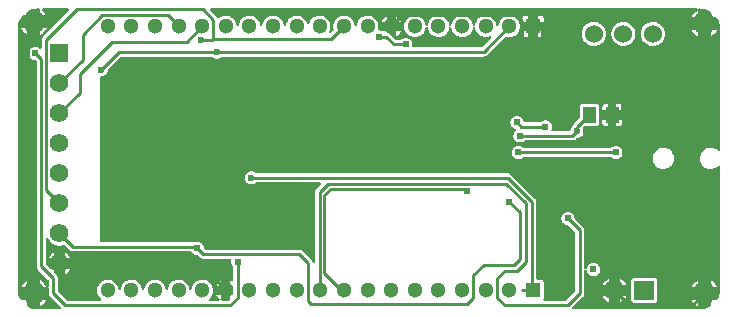
<source format=gtl>
G04 Layer: TopLayer*
G04 EasyEDA v6.5.1, 2022-03-28 07:45:05*
G04 8a3c461addb741cca4737953a7c37c6d,45e7c3065f504378a11261742efe6332,10*
G04 Gerber Generator version 0.2*
G04 Scale: 100 percent, Rotated: No, Reflected: No *
G04 Dimensions in millimeters *
G04 leading zeros omitted , absolute positions ,4 integer and 5 decimal *
%FSLAX45Y45*%
%MOMM*%

%ADD10C,0.2540*%
%ADD11C,0.6000*%
%ADD12C,0.6096*%
%ADD14C,1.5240*%
%ADD15R,1.3000X1.3000*%
%ADD16C,1.3000*%
%ADD17R,1.5748X1.5748*%
%ADD18C,1.5748*%
%ADD20C,1.7000*%
%ADD21C,1.9000*%

%LPD*%
G36*
X1150518Y7099808D02*
G01*
X1146606Y7100570D01*
X1143304Y7102805D01*
X1070305Y7175804D01*
X1068070Y7179106D01*
X1067308Y7183018D01*
X1067308Y7289292D01*
X1066495Y7297318D01*
X1064310Y7304531D01*
X1060754Y7311237D01*
X1055624Y7317435D01*
X1036777Y7336332D01*
X1034542Y7339634D01*
X1033780Y7343546D01*
X1033780Y7371080D01*
X1006246Y7371080D01*
X1002334Y7371842D01*
X999032Y7374077D01*
X968705Y7404404D01*
X966469Y7407706D01*
X965708Y7411618D01*
X965708Y7452359D01*
X966469Y7456271D01*
X968400Y7459116D01*
X966724Y7461300D01*
X965708Y7465669D01*
X965708Y7621930D01*
X966724Y7626299D01*
X969518Y7629855D01*
X973582Y7631836D01*
X978052Y7631836D01*
X982116Y7629906D01*
X984961Y7626400D01*
X988872Y7618475D01*
X996492Y7607096D01*
X1005535Y7596835D01*
X1015796Y7587792D01*
X1027176Y7580172D01*
X1039469Y7574127D01*
X1052423Y7569758D01*
X1065834Y7567066D01*
X1079500Y7566152D01*
X1093165Y7567066D01*
X1106576Y7569758D01*
X1115060Y7572603D01*
X1118768Y7573162D01*
X1122426Y7572298D01*
X1125524Y7570165D01*
X1166164Y7529575D01*
X1172362Y7524445D01*
X1179068Y7520889D01*
X1186281Y7518704D01*
X1194308Y7517892D01*
X2192223Y7517892D01*
X2195423Y7517384D01*
X2198268Y7515859D01*
X2200554Y7513574D01*
X2204720Y7507579D01*
X2211679Y7500620D01*
X2219706Y7494981D01*
X2228646Y7490866D01*
X2238095Y7488326D01*
X2246122Y7487615D01*
X2249525Y7486700D01*
X2252421Y7484668D01*
X2271064Y7466075D01*
X2277262Y7460945D01*
X2283968Y7457389D01*
X2291181Y7455204D01*
X2299208Y7454392D01*
X2526131Y7454392D01*
X2529738Y7453731D01*
X2532888Y7451801D01*
X2535174Y7448854D01*
X2536240Y7445298D01*
X2535936Y7441590D01*
X2535326Y7439304D01*
X2534462Y7429500D01*
X2535326Y7419695D01*
X2537866Y7410246D01*
X2541981Y7401306D01*
X2547620Y7393279D01*
X2549194Y7391704D01*
X2551430Y7388402D01*
X2552192Y7384491D01*
X2552192Y7274255D01*
X2551277Y7269988D01*
X2548636Y7266482D01*
X2544775Y7264450D01*
X2540406Y7264196D01*
X2536342Y7265822D01*
X2534716Y7266889D01*
X2528163Y7270140D01*
X2528163Y7227062D01*
X2542032Y7227062D01*
X2545943Y7226300D01*
X2549194Y7224064D01*
X2551430Y7220762D01*
X2552192Y7216902D01*
X2552192Y7159498D01*
X2551430Y7155637D01*
X2549194Y7152335D01*
X2545943Y7150100D01*
X2542032Y7149338D01*
X2528163Y7149338D01*
X2528163Y7120839D01*
X2527350Y7116978D01*
X2525166Y7113676D01*
X2514295Y7102805D01*
X2510993Y7100570D01*
X2507081Y7099808D01*
X2460599Y7099808D01*
X2456738Y7100570D01*
X2453436Y7102805D01*
X2451201Y7106056D01*
X2450439Y7109968D01*
X2450439Y7149338D01*
X2407259Y7149338D01*
X2412238Y7140041D01*
X2419654Y7129780D01*
X2428494Y7120636D01*
X2431948Y7117994D01*
X2434590Y7114794D01*
X2435809Y7110780D01*
X2435301Y7106666D01*
X2433116Y7103059D01*
X2429764Y7100671D01*
X2425649Y7099808D01*
X2353106Y7099808D01*
X2349144Y7100620D01*
X2345791Y7102906D01*
X2343607Y7106310D01*
X2342946Y7110323D01*
X2343861Y7114286D01*
X2346299Y7117537D01*
X2354681Y7125055D01*
X2362809Y7134758D01*
X2369566Y7145528D01*
X2374696Y7157110D01*
X2378202Y7169302D01*
X2379980Y7181850D01*
X2379980Y7194550D01*
X2378202Y7207097D01*
X2374696Y7219289D01*
X2369566Y7230872D01*
X2362809Y7241641D01*
X2354681Y7251344D01*
X2345232Y7259828D01*
X2334717Y7266889D01*
X2323338Y7272477D01*
X2311298Y7276388D01*
X2298801Y7278573D01*
X2286152Y7279030D01*
X2273503Y7277709D01*
X2261209Y7274610D01*
X2249474Y7269886D01*
X2238502Y7263536D01*
X2228494Y7255764D01*
X2219655Y7246620D01*
X2212238Y7236358D01*
X2206294Y7225182D01*
X2201926Y7213244D01*
X2199132Y7199833D01*
X2197557Y7196124D01*
X2194661Y7193330D01*
X2190851Y7191857D01*
X2186838Y7192009D01*
X2183180Y7193686D01*
X2180488Y7196683D01*
X2179116Y7200493D01*
X2178202Y7207097D01*
X2174697Y7219289D01*
X2169566Y7230872D01*
X2162810Y7241641D01*
X2154682Y7251344D01*
X2145233Y7259828D01*
X2134717Y7266889D01*
X2123338Y7272477D01*
X2111298Y7276388D01*
X2098802Y7278573D01*
X2086152Y7279030D01*
X2073503Y7277709D01*
X2061210Y7274610D01*
X2049475Y7269886D01*
X2038502Y7263536D01*
X2028494Y7255764D01*
X2019655Y7246620D01*
X2012238Y7236358D01*
X2006295Y7225182D01*
X2001926Y7213244D01*
X1999132Y7199833D01*
X1997557Y7196124D01*
X1994662Y7193330D01*
X1990852Y7191857D01*
X1986838Y7192009D01*
X1983181Y7193686D01*
X1980488Y7196683D01*
X1979117Y7200493D01*
X1978202Y7207097D01*
X1974697Y7219289D01*
X1969566Y7230872D01*
X1962810Y7241641D01*
X1954682Y7251344D01*
X1945233Y7259828D01*
X1934718Y7266889D01*
X1923338Y7272477D01*
X1911299Y7276388D01*
X1898802Y7278573D01*
X1886153Y7279030D01*
X1873504Y7277709D01*
X1861210Y7274610D01*
X1849475Y7269886D01*
X1838502Y7263536D01*
X1828495Y7255764D01*
X1819656Y7246620D01*
X1812239Y7236358D01*
X1806295Y7225182D01*
X1801926Y7213244D01*
X1799132Y7199833D01*
X1797557Y7196124D01*
X1794662Y7193330D01*
X1790852Y7191857D01*
X1786839Y7192009D01*
X1783181Y7193686D01*
X1780489Y7196683D01*
X1779117Y7200493D01*
X1778203Y7207097D01*
X1774698Y7219289D01*
X1769567Y7230872D01*
X1762810Y7241641D01*
X1754682Y7251344D01*
X1745234Y7259828D01*
X1734718Y7266889D01*
X1723339Y7272477D01*
X1711299Y7276388D01*
X1698802Y7278573D01*
X1686153Y7279030D01*
X1673504Y7277709D01*
X1661210Y7274610D01*
X1649475Y7269886D01*
X1638503Y7263536D01*
X1628495Y7255764D01*
X1619656Y7246620D01*
X1612239Y7236358D01*
X1606296Y7225182D01*
X1601927Y7213244D01*
X1599133Y7199782D01*
X1597558Y7196074D01*
X1594662Y7193280D01*
X1590852Y7191857D01*
X1586839Y7191959D01*
X1583182Y7193686D01*
X1580489Y7196632D01*
X1579118Y7200442D01*
X1578203Y7207097D01*
X1574698Y7219289D01*
X1569516Y7230872D01*
X1562811Y7241641D01*
X1554683Y7251344D01*
X1545234Y7259828D01*
X1534718Y7266889D01*
X1523339Y7272477D01*
X1511300Y7276388D01*
X1498803Y7278573D01*
X1486103Y7279030D01*
X1473504Y7277709D01*
X1461211Y7274610D01*
X1449476Y7269886D01*
X1438452Y7263536D01*
X1428496Y7255764D01*
X1419656Y7246620D01*
X1412240Y7236358D01*
X1406245Y7225182D01*
X1401927Y7213244D01*
X1399286Y7200849D01*
X1398422Y7188200D01*
X1399286Y7175550D01*
X1401927Y7163155D01*
X1406245Y7151217D01*
X1412240Y7140041D01*
X1419656Y7129780D01*
X1428496Y7120636D01*
X1431899Y7117994D01*
X1434592Y7114794D01*
X1435811Y7110780D01*
X1435252Y7106666D01*
X1433118Y7103059D01*
X1429766Y7100671D01*
X1425651Y7099808D01*
G37*

%LPC*%
G36*
X1125220Y7462520D02*
G01*
X1173378Y7462520D01*
X1170127Y7469124D01*
X1162507Y7480503D01*
X1153464Y7490764D01*
X1143203Y7499807D01*
X1131824Y7507427D01*
X1125220Y7510678D01*
G37*
G36*
X985621Y7462520D02*
G01*
X1033780Y7462520D01*
X1033780Y7510678D01*
X1027176Y7507427D01*
X1015796Y7499807D01*
X1005535Y7490764D01*
X996492Y7480503D01*
X988872Y7469124D01*
G37*
G36*
X1125220Y7322921D02*
G01*
X1131824Y7326172D01*
X1143203Y7333792D01*
X1153464Y7342835D01*
X1162507Y7353096D01*
X1170127Y7364475D01*
X1173378Y7371080D01*
X1125220Y7371080D01*
G37*
G36*
X2407259Y7227062D02*
G01*
X2450439Y7227062D01*
X2450439Y7270292D01*
X2438501Y7263536D01*
X2428494Y7255764D01*
X2419654Y7246620D01*
X2412238Y7236358D01*
G37*

%LPD*%
G36*
X5428640Y7025894D02*
G01*
X5424728Y7026706D01*
X5421477Y7028891D01*
X5419242Y7032193D01*
X5418480Y7036053D01*
X5419242Y7039965D01*
X5421477Y7043267D01*
X5513324Y7135164D01*
X5518454Y7141362D01*
X5522010Y7148068D01*
X5524195Y7155281D01*
X5525008Y7163308D01*
X5525008Y7354417D01*
X5525871Y7358481D01*
X5528259Y7361885D01*
X5531815Y7364018D01*
X5535930Y7364577D01*
X5539892Y7363409D01*
X5543092Y7360767D01*
X5544972Y7357059D01*
X5547766Y7346746D01*
X5551881Y7337806D01*
X5557520Y7329779D01*
X5564479Y7322820D01*
X5572506Y7317181D01*
X5581446Y7313066D01*
X5590895Y7310526D01*
X5600700Y7309662D01*
X5610504Y7310526D01*
X5619953Y7313066D01*
X5628894Y7317181D01*
X5636920Y7322820D01*
X5643880Y7329779D01*
X5649518Y7337806D01*
X5653633Y7346746D01*
X5656173Y7356195D01*
X5657037Y7366000D01*
X5656173Y7375804D01*
X5653633Y7385253D01*
X5649518Y7394194D01*
X5643880Y7402220D01*
X5636920Y7409180D01*
X5628894Y7414818D01*
X5619953Y7418933D01*
X5610504Y7421473D01*
X5600700Y7422337D01*
X5590895Y7421473D01*
X5581446Y7418933D01*
X5572506Y7414818D01*
X5564479Y7409180D01*
X5557520Y7402220D01*
X5551881Y7394194D01*
X5547766Y7385253D01*
X5544972Y7374940D01*
X5543092Y7371232D01*
X5539892Y7368590D01*
X5535930Y7367422D01*
X5531815Y7367981D01*
X5528259Y7370114D01*
X5525871Y7373518D01*
X5525008Y7377582D01*
X5525008Y7695692D01*
X5524195Y7703718D01*
X5522010Y7710931D01*
X5518454Y7717637D01*
X5513324Y7723835D01*
X5443931Y7793278D01*
X5441899Y7796174D01*
X5440984Y7799578D01*
X5440273Y7807604D01*
X5437733Y7817053D01*
X5433618Y7825994D01*
X5427980Y7834020D01*
X5421020Y7840980D01*
X5412994Y7846618D01*
X5404053Y7850733D01*
X5394604Y7853273D01*
X5384800Y7854137D01*
X5374995Y7853273D01*
X5365546Y7850733D01*
X5356606Y7846618D01*
X5348579Y7840980D01*
X5341620Y7834020D01*
X5335981Y7825994D01*
X5331866Y7817053D01*
X5329326Y7807604D01*
X5328462Y7797800D01*
X5329326Y7787995D01*
X5331866Y7778546D01*
X5335981Y7769606D01*
X5341620Y7761579D01*
X5348579Y7754620D01*
X5356606Y7748981D01*
X5365546Y7744866D01*
X5374995Y7742326D01*
X5383022Y7741615D01*
X5386425Y7740700D01*
X5389321Y7738668D01*
X5444794Y7683195D01*
X5447030Y7679893D01*
X5447792Y7675981D01*
X5447792Y7183018D01*
X5447030Y7179106D01*
X5444794Y7175804D01*
X5371795Y7102805D01*
X5368493Y7100570D01*
X5364581Y7099808D01*
X5187645Y7099808D01*
X5183835Y7100519D01*
X5180634Y7102602D01*
X5178399Y7105751D01*
X5177485Y7109510D01*
X5178044Y7113320D01*
X5179517Y7117435D01*
X5180228Y7123785D01*
X5180228Y7252614D01*
X5179517Y7258964D01*
X5177586Y7264400D01*
X5174488Y7269327D01*
X5170424Y7273391D01*
X5165496Y7276490D01*
X5160060Y7278420D01*
X5153710Y7279131D01*
X5128768Y7279131D01*
X5124856Y7279894D01*
X5121605Y7282078D01*
X5119370Y7285380D01*
X5118608Y7289292D01*
X5118608Y7936992D01*
X5117795Y7945018D01*
X5115610Y7952231D01*
X5112054Y7958937D01*
X5106924Y7965135D01*
X4904435Y8167624D01*
X4898237Y8172754D01*
X4891532Y8176310D01*
X4884318Y8178495D01*
X4876292Y8179308D01*
X2749397Y8179308D01*
X2745536Y8180070D01*
X2742234Y8182305D01*
X2741015Y8183473D01*
X2733040Y8189061D01*
X2724200Y8193176D01*
X2714802Y8195716D01*
X2705100Y8196580D01*
X2695397Y8195716D01*
X2685999Y8193176D01*
X2677160Y8189061D01*
X2669184Y8183473D01*
X2662326Y8176615D01*
X2656738Y8168640D01*
X2652623Y8159800D01*
X2650083Y8150402D01*
X2649220Y8140700D01*
X2650083Y8130997D01*
X2652623Y8121599D01*
X2656738Y8112759D01*
X2662326Y8104784D01*
X2669184Y8097926D01*
X2677160Y8092338D01*
X2685999Y8088223D01*
X2695397Y8085683D01*
X2705100Y8084820D01*
X2714802Y8085683D01*
X2724200Y8088223D01*
X2733040Y8092338D01*
X2741015Y8097926D01*
X2742234Y8099094D01*
X2745536Y8101330D01*
X2749397Y8102092D01*
X3285845Y8102092D01*
X3289757Y8101330D01*
X3293059Y8099094D01*
X3295243Y8095843D01*
X3296005Y8091931D01*
X3295243Y8088020D01*
X3293059Y8084769D01*
X3255873Y8047532D01*
X3250742Y8041335D01*
X3247186Y8034629D01*
X3245002Y8027416D01*
X3244189Y8019389D01*
X3244189Y7431278D01*
X3243376Y7427264D01*
X3240989Y7423861D01*
X3237534Y7421727D01*
X3233470Y7421118D01*
X3229508Y7422184D01*
X3226257Y7424724D01*
X3224326Y7428331D01*
X3223310Y7431531D01*
X3219754Y7438237D01*
X3214624Y7444435D01*
X3139135Y7519924D01*
X3132937Y7525054D01*
X3126232Y7528610D01*
X3119018Y7530795D01*
X3110992Y7531608D01*
X2318918Y7531608D01*
X2315006Y7532370D01*
X2311704Y7534605D01*
X2307031Y7539278D01*
X2304999Y7542174D01*
X2304084Y7545578D01*
X2303373Y7553604D01*
X2300833Y7563053D01*
X2296718Y7571994D01*
X2291080Y7580020D01*
X2284120Y7586980D01*
X2276094Y7592618D01*
X2267153Y7596733D01*
X2257704Y7599273D01*
X2247900Y7600137D01*
X2238095Y7599273D01*
X2228646Y7596733D01*
X2227122Y7596073D01*
X2222855Y7595108D01*
X1432814Y7595108D01*
X1428699Y7595971D01*
X1425244Y7598511D01*
X1423162Y7602169D01*
X1422755Y7606385D01*
X1422908Y7607858D01*
X1422908Y8989872D01*
X1423771Y8993936D01*
X1426210Y8997340D01*
X1429816Y8999474D01*
X1443888Y9000794D01*
X1453286Y9003334D01*
X1462074Y9007449D01*
X1470050Y9013037D01*
X1476959Y9019946D01*
X1482547Y9027922D01*
X1486662Y9036710D01*
X1489202Y9046108D01*
X1489811Y9053525D01*
X1490726Y9056928D01*
X1492758Y9059824D01*
X1596847Y9163913D01*
X1600149Y9166098D01*
X1604010Y9166860D01*
X2369413Y9166860D01*
X2373274Y9166098D01*
X2376576Y9163913D01*
X2377795Y9162694D01*
X2385771Y9157106D01*
X2394610Y9152991D01*
X2404008Y9150451D01*
X2413711Y9149638D01*
X2423414Y9150451D01*
X2432812Y9152991D01*
X2441651Y9157106D01*
X2449626Y9162694D01*
X2450846Y9163913D01*
X2454148Y9166098D01*
X2458008Y9166860D01*
X4670907Y9166860D01*
X4678934Y9167672D01*
X4686147Y9169857D01*
X4692802Y9173413D01*
X4699050Y9178544D01*
X4854143Y9333636D01*
X4856988Y9335668D01*
X4860340Y9336582D01*
X4863795Y9336328D01*
X4873498Y9333890D01*
X4886147Y9332569D01*
X4898796Y9333026D01*
X4911293Y9335211D01*
X4923332Y9339122D01*
X4934762Y9344710D01*
X4945227Y9351772D01*
X4954676Y9360255D01*
X4962804Y9369958D01*
X4969560Y9380728D01*
X4974691Y9392310D01*
X4978247Y9405010D01*
X4979974Y9417050D01*
X4979974Y9429750D01*
X4978196Y9442297D01*
X4974691Y9454489D01*
X4969560Y9466072D01*
X4962804Y9476841D01*
X4954676Y9486544D01*
X4945227Y9495028D01*
X4934762Y9502089D01*
X4923332Y9507677D01*
X4911293Y9511588D01*
X4898796Y9513773D01*
X4886147Y9514230D01*
X4873498Y9512909D01*
X4861204Y9509810D01*
X4849469Y9505086D01*
X4838496Y9498736D01*
X4828489Y9490913D01*
X4819700Y9481820D01*
X4812233Y9471558D01*
X4806289Y9460382D01*
X4801920Y9448444D01*
X4799126Y9435033D01*
X4797552Y9431324D01*
X4794656Y9428530D01*
X4790897Y9427057D01*
X4786833Y9427210D01*
X4783175Y9428886D01*
X4780483Y9431883D01*
X4779111Y9435693D01*
X4778197Y9442297D01*
X4774692Y9454489D01*
X4769561Y9466072D01*
X4762804Y9476841D01*
X4754676Y9486544D01*
X4745228Y9495028D01*
X4734763Y9502089D01*
X4723333Y9507677D01*
X4711293Y9511588D01*
X4698796Y9513773D01*
X4686147Y9514230D01*
X4673498Y9512909D01*
X4661204Y9509810D01*
X4649470Y9505086D01*
X4638497Y9498736D01*
X4628489Y9490913D01*
X4619701Y9481820D01*
X4612233Y9471558D01*
X4606290Y9460382D01*
X4601921Y9448444D01*
X4599127Y9435033D01*
X4597552Y9431324D01*
X4594656Y9428530D01*
X4590897Y9427057D01*
X4586833Y9427210D01*
X4583176Y9428886D01*
X4580483Y9431883D01*
X4579112Y9435693D01*
X4578197Y9442297D01*
X4574692Y9454489D01*
X4569561Y9466072D01*
X4562805Y9476841D01*
X4554677Y9486544D01*
X4545228Y9495028D01*
X4534763Y9502089D01*
X4523333Y9507677D01*
X4511294Y9511588D01*
X4498797Y9513773D01*
X4486148Y9514230D01*
X4473498Y9512909D01*
X4461205Y9509810D01*
X4449470Y9505086D01*
X4438497Y9498736D01*
X4428490Y9490913D01*
X4419701Y9481820D01*
X4412234Y9471558D01*
X4406290Y9460382D01*
X4401921Y9448444D01*
X4399127Y9435033D01*
X4397552Y9431324D01*
X4394657Y9428530D01*
X4390898Y9427057D01*
X4386834Y9427210D01*
X4383176Y9428886D01*
X4380484Y9431883D01*
X4379112Y9435693D01*
X4378198Y9442297D01*
X4374692Y9454489D01*
X4369562Y9466072D01*
X4362805Y9476841D01*
X4354677Y9486544D01*
X4345228Y9495028D01*
X4334764Y9502089D01*
X4323334Y9507677D01*
X4311294Y9511588D01*
X4298797Y9513773D01*
X4286148Y9514230D01*
X4273499Y9512909D01*
X4261205Y9509810D01*
X4249470Y9505086D01*
X4238498Y9498736D01*
X4228490Y9490913D01*
X4219702Y9481820D01*
X4212234Y9471558D01*
X4206290Y9460382D01*
X4201922Y9448444D01*
X4199128Y9435033D01*
X4197553Y9431324D01*
X4194657Y9428530D01*
X4190898Y9427057D01*
X4186834Y9427210D01*
X4183176Y9428886D01*
X4180484Y9431883D01*
X4179112Y9435693D01*
X4178198Y9442297D01*
X4174693Y9454489D01*
X4169562Y9466072D01*
X4162806Y9476841D01*
X4154678Y9486544D01*
X4145229Y9495028D01*
X4134764Y9502089D01*
X4123334Y9507677D01*
X4111294Y9511588D01*
X4098798Y9513773D01*
X4086148Y9514230D01*
X4073499Y9512909D01*
X4061206Y9509810D01*
X4049471Y9505086D01*
X4038498Y9498736D01*
X4028490Y9490913D01*
X4019702Y9481820D01*
X4012234Y9471558D01*
X4006291Y9460382D01*
X4001922Y9448444D01*
X3999280Y9435693D01*
X3998417Y9423400D01*
X3999280Y9410750D01*
X4001922Y9398355D01*
X4006291Y9386417D01*
X4012234Y9375241D01*
X4019702Y9364980D01*
X4028490Y9355836D01*
X4038498Y9348063D01*
X4049471Y9341713D01*
X4061206Y9336938D01*
X4073499Y9333890D01*
X4086148Y9332569D01*
X4098798Y9333026D01*
X4111294Y9335211D01*
X4123334Y9339122D01*
X4134764Y9344710D01*
X4145229Y9351772D01*
X4154678Y9360255D01*
X4162806Y9369958D01*
X4169562Y9380728D01*
X4174693Y9392310D01*
X4178198Y9404553D01*
X4179163Y9410852D01*
X4180535Y9414611D01*
X4183278Y9417558D01*
X4186936Y9419234D01*
X4190949Y9419336D01*
X4194657Y9417913D01*
X4197553Y9415119D01*
X4199178Y9411462D01*
X4201922Y9398355D01*
X4206290Y9386417D01*
X4212234Y9375241D01*
X4219702Y9364980D01*
X4228490Y9355836D01*
X4238498Y9348063D01*
X4249470Y9341713D01*
X4261205Y9336938D01*
X4273499Y9333890D01*
X4286148Y9332569D01*
X4298797Y9333026D01*
X4311294Y9335211D01*
X4323334Y9339122D01*
X4334764Y9344710D01*
X4345228Y9351772D01*
X4354677Y9360255D01*
X4362805Y9369958D01*
X4369562Y9380728D01*
X4374692Y9392310D01*
X4378198Y9404553D01*
X4379163Y9410852D01*
X4380534Y9414611D01*
X4383278Y9417558D01*
X4386935Y9419234D01*
X4390948Y9419336D01*
X4394657Y9417913D01*
X4397552Y9415119D01*
X4399178Y9411462D01*
X4401921Y9398355D01*
X4406290Y9386417D01*
X4412234Y9375241D01*
X4419701Y9364980D01*
X4428490Y9355836D01*
X4438497Y9348063D01*
X4449470Y9341713D01*
X4461205Y9336938D01*
X4473498Y9333890D01*
X4486148Y9332569D01*
X4498797Y9333026D01*
X4511294Y9335211D01*
X4523333Y9339122D01*
X4534763Y9344710D01*
X4545228Y9351772D01*
X4554677Y9360255D01*
X4562805Y9369958D01*
X4569561Y9380728D01*
X4574692Y9392310D01*
X4578197Y9404553D01*
X4579162Y9410852D01*
X4580534Y9414611D01*
X4583277Y9417558D01*
X4586935Y9419234D01*
X4590948Y9419336D01*
X4594656Y9417913D01*
X4597552Y9415119D01*
X4599178Y9411462D01*
X4601921Y9398355D01*
X4606290Y9386417D01*
X4612233Y9375241D01*
X4619701Y9364980D01*
X4628489Y9355836D01*
X4638497Y9348063D01*
X4649470Y9341713D01*
X4661204Y9336938D01*
X4673498Y9333890D01*
X4686147Y9332569D01*
X4698796Y9333026D01*
X4711293Y9335211D01*
X4723231Y9339072D01*
X4727702Y9339478D01*
X4731918Y9337954D01*
X4735017Y9334754D01*
X4736490Y9330486D01*
X4735931Y9326016D01*
X4733544Y9322257D01*
X4658360Y9247073D01*
X4655058Y9244888D01*
X4651197Y9244076D01*
X4077360Y9244076D01*
X4073702Y9244787D01*
X4070553Y9246717D01*
X4068318Y9249664D01*
X4067251Y9253220D01*
X4067556Y9256877D01*
X4068673Y9261195D01*
X4069537Y9271000D01*
X4068673Y9280804D01*
X4066133Y9290253D01*
X4062018Y9299194D01*
X4056379Y9307220D01*
X4049420Y9314180D01*
X4041394Y9319818D01*
X4032453Y9323933D01*
X4023004Y9326473D01*
X4013200Y9327337D01*
X4003395Y9326473D01*
X3993946Y9323933D01*
X3985006Y9319818D01*
X3976979Y9314180D01*
X3975404Y9312605D01*
X3972102Y9310370D01*
X3968191Y9309608D01*
X3931818Y9309608D01*
X3927906Y9310370D01*
X3924604Y9312605D01*
X3915968Y9321190D01*
X3913987Y9324289D01*
X3910787Y9326372D01*
X3875735Y9361424D01*
X3869537Y9366554D01*
X3862832Y9370110D01*
X3857650Y9371685D01*
X3853891Y9373768D01*
X3851351Y9377222D01*
X3850436Y9381439D01*
X3850436Y9384538D01*
X3812336Y9384538D01*
X3808069Y9385503D01*
X3803853Y9387433D01*
X3794404Y9389973D01*
X3786835Y9390634D01*
X3782568Y9392005D01*
X3779316Y9395002D01*
X3777691Y9399168D01*
X3778199Y9404502D01*
X3779977Y9417050D01*
X3779977Y9429750D01*
X3778199Y9442297D01*
X3774694Y9454489D01*
X3769563Y9466072D01*
X3762806Y9476841D01*
X3754678Y9486544D01*
X3745229Y9495028D01*
X3734765Y9502089D01*
X3723335Y9507677D01*
X3711295Y9511588D01*
X3698798Y9513773D01*
X3686149Y9514230D01*
X3673500Y9512909D01*
X3661206Y9509810D01*
X3649472Y9505086D01*
X3638499Y9498736D01*
X3628491Y9490913D01*
X3619703Y9481820D01*
X3612235Y9471558D01*
X3606292Y9460382D01*
X3601923Y9448444D01*
X3599129Y9435033D01*
X3597554Y9431324D01*
X3594658Y9428530D01*
X3590848Y9427057D01*
X3586835Y9427210D01*
X3583178Y9428886D01*
X3580485Y9431883D01*
X3579114Y9435693D01*
X3578199Y9442297D01*
X3574694Y9454489D01*
X3569563Y9466072D01*
X3562807Y9476841D01*
X3554679Y9486544D01*
X3545230Y9495028D01*
X3534765Y9502089D01*
X3523335Y9507677D01*
X3511296Y9511588D01*
X3498799Y9513773D01*
X3486150Y9514230D01*
X3473500Y9512909D01*
X3461207Y9509810D01*
X3449472Y9505086D01*
X3438499Y9498736D01*
X3428492Y9490913D01*
X3419703Y9481820D01*
X3412236Y9471558D01*
X3406292Y9460382D01*
X3401923Y9448444D01*
X3399282Y9436049D01*
X3398418Y9423400D01*
X3399282Y9410750D01*
X3402177Y9397441D01*
X3402329Y9394088D01*
X3401364Y9390837D01*
X3399434Y9388094D01*
X3377793Y9366504D01*
X3374288Y9364218D01*
X3370122Y9363557D01*
X3366058Y9364624D01*
X3362807Y9367215D01*
X3360826Y9370923D01*
X3360572Y9375140D01*
X3361994Y9379051D01*
X3363061Y9380728D01*
X3368192Y9392310D01*
X3371697Y9404502D01*
X3373475Y9417050D01*
X3373475Y9429750D01*
X3371697Y9442297D01*
X3368192Y9454489D01*
X3363061Y9466072D01*
X3356305Y9476841D01*
X3348177Y9486544D01*
X3338728Y9495028D01*
X3328263Y9502089D01*
X3316833Y9507677D01*
X3304794Y9511588D01*
X3292297Y9513773D01*
X3279648Y9514230D01*
X3266998Y9512909D01*
X3254705Y9509810D01*
X3242970Y9505086D01*
X3231997Y9498736D01*
X3221990Y9490913D01*
X3213201Y9481820D01*
X3205734Y9471558D01*
X3199790Y9460382D01*
X3195523Y9448647D01*
X3193288Y9445040D01*
X3189782Y9442704D01*
X3185617Y9441942D01*
X3181502Y9442958D01*
X3178149Y9445548D01*
X3176168Y9449308D01*
X3174695Y9454489D01*
X3169564Y9466072D01*
X3162808Y9476841D01*
X3154680Y9486544D01*
X3145231Y9495028D01*
X3134766Y9502089D01*
X3123336Y9507677D01*
X3111296Y9511588D01*
X3098800Y9513773D01*
X3086150Y9514230D01*
X3073501Y9512909D01*
X3061208Y9509810D01*
X3049473Y9505086D01*
X3038500Y9498736D01*
X3028492Y9490913D01*
X3019704Y9481820D01*
X3012236Y9471558D01*
X3006293Y9460382D01*
X3001924Y9448444D01*
X2999130Y9435033D01*
X2997555Y9431324D01*
X2994660Y9428530D01*
X2990850Y9427057D01*
X2986836Y9427210D01*
X2983179Y9428886D01*
X2980486Y9431883D01*
X2979115Y9435693D01*
X2978200Y9442297D01*
X2974695Y9454489D01*
X2969564Y9466072D01*
X2962808Y9476841D01*
X2954680Y9486544D01*
X2945231Y9495028D01*
X2934766Y9502089D01*
X2923336Y9507677D01*
X2911297Y9511588D01*
X2898800Y9513773D01*
X2886151Y9514230D01*
X2873502Y9512909D01*
X2861208Y9509810D01*
X2849473Y9505086D01*
X2838500Y9498736D01*
X2828493Y9490913D01*
X2819704Y9481820D01*
X2812237Y9471558D01*
X2806293Y9460382D01*
X2801924Y9448444D01*
X2799130Y9435033D01*
X2797556Y9431324D01*
X2794660Y9428530D01*
X2790850Y9427057D01*
X2786837Y9427210D01*
X2783179Y9428886D01*
X2780487Y9431883D01*
X2779115Y9435693D01*
X2778201Y9442297D01*
X2774696Y9454489D01*
X2769565Y9466072D01*
X2762808Y9476841D01*
X2754680Y9486544D01*
X2745232Y9495028D01*
X2734767Y9502089D01*
X2723337Y9507677D01*
X2711297Y9511588D01*
X2698800Y9513773D01*
X2686151Y9514230D01*
X2673502Y9512909D01*
X2661208Y9509810D01*
X2649474Y9505086D01*
X2638501Y9498736D01*
X2628493Y9490913D01*
X2619705Y9481820D01*
X2612237Y9471558D01*
X2606294Y9460382D01*
X2601925Y9448444D01*
X2599131Y9434982D01*
X2597556Y9431274D01*
X2594660Y9428480D01*
X2590850Y9427057D01*
X2586837Y9427210D01*
X2583180Y9428886D01*
X2580487Y9431832D01*
X2579116Y9435642D01*
X2578201Y9442297D01*
X2574696Y9454489D01*
X2569565Y9466072D01*
X2562809Y9476841D01*
X2554681Y9486544D01*
X2545232Y9495028D01*
X2534716Y9502089D01*
X2523337Y9507677D01*
X2511298Y9511588D01*
X2498801Y9513773D01*
X2486152Y9514230D01*
X2473502Y9512909D01*
X2461209Y9509810D01*
X2449474Y9505086D01*
X2438501Y9498736D01*
X2432100Y9493758D01*
X2428138Y9491878D01*
X2423718Y9491827D01*
X2419756Y9493656D01*
X2416860Y9496958D01*
X2414473Y9501530D01*
X2409342Y9507728D01*
X2360320Y9556750D01*
X2358136Y9560052D01*
X2357374Y9563912D01*
X2358136Y9567824D01*
X2360320Y9571126D01*
X2363622Y9573310D01*
X2367534Y9574072D01*
X6478219Y9574072D01*
X6482638Y9573107D01*
X6486144Y9570313D01*
X6487414Y9567824D01*
X6489649Y9571126D01*
X6492900Y9573310D01*
X6496812Y9574072D01*
X6517538Y9573158D01*
X6534454Y9570618D01*
X6551015Y9566402D01*
X6567068Y9560610D01*
X6582460Y9553244D01*
X6589420Y9549079D01*
X6592062Y9546844D01*
X6593738Y9543796D01*
X6594348Y9540392D01*
X6594348Y9502648D01*
X6635191Y9502648D01*
X6638290Y9502140D01*
X6641134Y9500768D01*
X6644995Y9496298D01*
X6653733Y9481616D01*
X6660997Y9466122D01*
X6666687Y9450019D01*
X6670802Y9433458D01*
X6673240Y9416542D01*
X6674103Y9399168D01*
X6674103Y8378342D01*
X6673291Y8374430D01*
X6671056Y8371128D01*
X6667753Y8368893D01*
X6663791Y8368182D01*
X6659930Y8368995D01*
X6656628Y8371281D01*
X6654647Y8373364D01*
X6644640Y8381136D01*
X6633667Y8387486D01*
X6621881Y8392210D01*
X6609588Y8395309D01*
X6596989Y8396630D01*
X6584289Y8396173D01*
X6571843Y8393988D01*
X6559753Y8390077D01*
X6548374Y8384489D01*
X6537858Y8377428D01*
X6528460Y8368944D01*
X6520281Y8359241D01*
X6513576Y8348472D01*
X6508394Y8336889D01*
X6504940Y8324697D01*
X6503162Y8312150D01*
X6503162Y8299450D01*
X6504940Y8286902D01*
X6508394Y8274710D01*
X6513576Y8263128D01*
X6520281Y8252358D01*
X6528460Y8242655D01*
X6537858Y8234172D01*
X6548374Y8227110D01*
X6559753Y8221522D01*
X6571843Y8217611D01*
X6584289Y8215426D01*
X6596989Y8214969D01*
X6609588Y8216290D01*
X6621881Y8219338D01*
X6633667Y8224113D01*
X6644640Y8230463D01*
X6654647Y8238236D01*
X6656628Y8240318D01*
X6659930Y8242604D01*
X6663791Y8243417D01*
X6667753Y8242706D01*
X6671056Y8240471D01*
X6673291Y8237169D01*
X6674103Y8233257D01*
X6674103Y7200849D01*
X6673138Y7182459D01*
X6670598Y7165543D01*
X6666382Y7148982D01*
X6660591Y7132929D01*
X6653275Y7117537D01*
X6651091Y7113879D01*
X6648805Y7111238D01*
X6645757Y7109561D01*
X6642353Y7108952D01*
X6594348Y7108952D01*
X6594348Y7059625D01*
X6593738Y7056170D01*
X6592062Y7053173D01*
X6589420Y7050887D01*
X6581597Y7046264D01*
X6566153Y7039000D01*
X6550050Y7033310D01*
X6533438Y7029196D01*
X6516573Y7026757D01*
X6499148Y7025894D01*
G37*

%LPC*%
G36*
X6432448Y9502648D02*
G01*
X6486652Y9502648D01*
X6486652Y9558578D01*
X6486245Y9557664D01*
X6482740Y9554819D01*
X6480048Y9553498D01*
X6467652Y9545269D01*
X6456324Y9535566D01*
X6446316Y9524593D01*
X6437731Y9512452D01*
G37*
G36*
X4998415Y9462262D02*
G01*
X5050434Y9462262D01*
X5050434Y9514281D01*
X5024882Y9514281D01*
X5018532Y9513570D01*
X5013096Y9511690D01*
X5008168Y9508591D01*
X5004104Y9504527D01*
X5001006Y9499600D01*
X4999126Y9494164D01*
X4998415Y9487814D01*
G37*
G36*
X5128158Y9462262D02*
G01*
X5180228Y9462262D01*
X5180228Y9487814D01*
X5179517Y9494164D01*
X5177586Y9499600D01*
X5174488Y9504527D01*
X5170424Y9508591D01*
X5165496Y9511690D01*
X5160060Y9513570D01*
X5153710Y9514281D01*
X5128158Y9514281D01*
G37*
G36*
X3807256Y9462262D02*
G01*
X3850436Y9462262D01*
X3850436Y9505492D01*
X3838498Y9498736D01*
X3828491Y9490913D01*
X3819702Y9481820D01*
X3812235Y9471558D01*
G37*
G36*
X3928160Y9462262D02*
G01*
X3971239Y9462262D01*
X3969562Y9466072D01*
X3962806Y9476841D01*
X3954678Y9486544D01*
X3945229Y9495028D01*
X3934764Y9502089D01*
X3928160Y9505340D01*
G37*
G36*
X5795467Y8579358D02*
G01*
X5816904Y8579358D01*
X5823204Y8580069D01*
X5828690Y8581948D01*
X5833567Y8585047D01*
X5837682Y8589111D01*
X5840730Y8594039D01*
X5842660Y8599474D01*
X5843371Y8605824D01*
X5843371Y8633307D01*
X5795467Y8633307D01*
G37*
G36*
X6486652Y7054799D02*
G01*
X6486652Y7108952D01*
X6432448Y7108952D01*
X6437731Y7099147D01*
X6446316Y7087006D01*
X6456324Y7076033D01*
X6467652Y7066330D01*
X6480048Y7058101D01*
G37*
G36*
X3928160Y9341459D02*
G01*
X3934764Y9344710D01*
X3945229Y9351772D01*
X3954678Y9360255D01*
X3962806Y9369958D01*
X3969562Y9380728D01*
X3971239Y9384538D01*
X3928160Y9384538D01*
G37*
G36*
X5948070Y7083552D02*
G01*
X6116929Y7083552D01*
X6123228Y7084263D01*
X6128715Y7086193D01*
X6133592Y7089241D01*
X6137706Y7093356D01*
X6140805Y7098233D01*
X6142685Y7103719D01*
X6143396Y7110018D01*
X6143396Y7266381D01*
X6142685Y7272680D01*
X6140805Y7278166D01*
X6137706Y7283043D01*
X6133592Y7287158D01*
X6128715Y7290206D01*
X6123228Y7292136D01*
X6116929Y7292848D01*
X5948070Y7292848D01*
X5941771Y7292136D01*
X5936284Y7290206D01*
X5931408Y7287158D01*
X5927293Y7283043D01*
X5924194Y7278166D01*
X5922314Y7272680D01*
X5921603Y7266381D01*
X5921603Y7110018D01*
X5922314Y7103719D01*
X5924194Y7098233D01*
X5927293Y7093356D01*
X5931408Y7089241D01*
X5936284Y7086193D01*
X5941771Y7084263D01*
G37*
G36*
X5729630Y7088784D02*
G01*
X5729630Y7139330D01*
X5679033Y7139330D01*
X5685586Y7127697D01*
X5694070Y7116318D01*
X5703925Y7106107D01*
X5715050Y7097268D01*
X5727192Y7089902D01*
G37*
G36*
X6432448Y7216648D02*
G01*
X6486652Y7216648D01*
X6486652Y7270800D01*
X6480048Y7267498D01*
X6467652Y7259269D01*
X6456324Y7249566D01*
X6446316Y7238593D01*
X6437731Y7226452D01*
G37*
G36*
X6594348Y7216648D02*
G01*
X6648551Y7216648D01*
X6647027Y7220000D01*
X6639153Y7232650D01*
X6629857Y7244232D01*
X6619138Y7254595D01*
X6607251Y7263587D01*
X6594348Y7271054D01*
G37*
G36*
X6486652Y9340799D02*
G01*
X6486652Y9394952D01*
X6432448Y9394952D01*
X6437731Y9385147D01*
X6446316Y9373006D01*
X6456324Y9362033D01*
X6467652Y9352330D01*
X6480048Y9344101D01*
G37*
G36*
X5827369Y7237069D02*
G01*
X5877814Y7237069D01*
X5875121Y7242606D01*
X5867349Y7254544D01*
X5858154Y7265365D01*
X5847638Y7274915D01*
X5836005Y7283043D01*
X5827369Y7287514D01*
G37*
G36*
X5679033Y7237069D02*
G01*
X5729630Y7237069D01*
X5729630Y7287615D01*
X5727192Y7286498D01*
X5715050Y7279131D01*
X5703925Y7270292D01*
X5694070Y7260081D01*
X5685586Y7248702D01*
G37*
G36*
X6594348Y9340545D02*
G01*
X6607251Y9348012D01*
X6619138Y9357004D01*
X6629857Y9367367D01*
X6639153Y9378950D01*
X6647027Y9391599D01*
X6648551Y9394952D01*
X6594348Y9394952D01*
G37*
G36*
X5024882Y9332468D02*
G01*
X5050434Y9332468D01*
X5050434Y9384538D01*
X4998415Y9384538D01*
X4998415Y9358985D01*
X4999126Y9352635D01*
X5001006Y9347200D01*
X5004104Y9342272D01*
X5008168Y9338208D01*
X5013096Y9335109D01*
X5018532Y9333179D01*
G37*
G36*
X5128158Y9332468D02*
G01*
X5153710Y9332468D01*
X5160060Y9333179D01*
X5165496Y9335109D01*
X5170424Y9338208D01*
X5174488Y9342272D01*
X5177586Y9347200D01*
X5179517Y9352635D01*
X5180228Y9358985D01*
X5180228Y9384538D01*
X5128158Y9384538D01*
G37*
G36*
X5858103Y9257893D02*
G01*
X5871718Y9259214D01*
X5884976Y9262414D01*
X5897676Y9267291D01*
X5909665Y9273844D01*
X5920638Y9281922D01*
X5930442Y9291421D01*
X5938875Y9302140D01*
X5945835Y9313875D01*
X5951169Y9326422D01*
X5954776Y9339580D01*
X5956554Y9353092D01*
X5956554Y9366707D01*
X5954776Y9380220D01*
X5951169Y9393377D01*
X5945835Y9405924D01*
X5938875Y9417659D01*
X5930442Y9428378D01*
X5920638Y9437878D01*
X5909665Y9445955D01*
X5897676Y9452508D01*
X5884976Y9457385D01*
X5871718Y9460585D01*
X5858103Y9461906D01*
X5844489Y9461449D01*
X5831027Y9459214D01*
X5818022Y9455150D01*
X5805627Y9449409D01*
X5794146Y9442094D01*
X5783732Y9433306D01*
X5774588Y9423146D01*
X5766866Y9411919D01*
X5760720Y9399778D01*
X5756249Y9386874D01*
X5753557Y9373514D01*
X5752642Y9359900D01*
X5753557Y9346285D01*
X5756249Y9332925D01*
X5760720Y9320022D01*
X5766866Y9307880D01*
X5774588Y9296654D01*
X5783732Y9286494D01*
X5794146Y9277705D01*
X5805627Y9270390D01*
X5818022Y9264650D01*
X5831027Y9260586D01*
X5844489Y9258350D01*
G37*
G36*
X5608116Y9257893D02*
G01*
X5621680Y9259214D01*
X5634939Y9262414D01*
X5647690Y9267291D01*
X5659628Y9273844D01*
X5670600Y9281922D01*
X5680405Y9291421D01*
X5688888Y9302140D01*
X5695848Y9313875D01*
X5701131Y9326422D01*
X5704738Y9339580D01*
X5706567Y9353092D01*
X5706567Y9366707D01*
X5704738Y9380220D01*
X5701131Y9393377D01*
X5695848Y9405924D01*
X5688888Y9417659D01*
X5680405Y9428378D01*
X5670600Y9437878D01*
X5659628Y9445955D01*
X5647690Y9452508D01*
X5634939Y9457385D01*
X5621680Y9460585D01*
X5608116Y9461906D01*
X5594502Y9461449D01*
X5581040Y9459214D01*
X5568035Y9455150D01*
X5555640Y9449409D01*
X5544159Y9442094D01*
X5533745Y9433306D01*
X5524601Y9423146D01*
X5516880Y9411919D01*
X5510733Y9399778D01*
X5506262Y9386874D01*
X5503519Y9373514D01*
X5502605Y9359900D01*
X5503519Y9346285D01*
X5506262Y9332925D01*
X5510733Y9320022D01*
X5516880Y9307880D01*
X5524601Y9296654D01*
X5533745Y9286494D01*
X5544159Y9277705D01*
X5555640Y9270390D01*
X5568035Y9264650D01*
X5581040Y9260586D01*
X5594502Y9258350D01*
G37*
G36*
X6108141Y9257893D02*
G01*
X6121704Y9259214D01*
X6134963Y9262414D01*
X6147663Y9267291D01*
X6159652Y9273844D01*
X6170625Y9281922D01*
X6180429Y9291421D01*
X6188862Y9302140D01*
X6195822Y9313875D01*
X6201156Y9326422D01*
X6204762Y9339580D01*
X6206591Y9353092D01*
X6206591Y9366707D01*
X6204762Y9380220D01*
X6201156Y9393377D01*
X6195822Y9405924D01*
X6188862Y9417659D01*
X6180429Y9428378D01*
X6170625Y9437878D01*
X6159652Y9445955D01*
X6147663Y9452508D01*
X6134963Y9457385D01*
X6121704Y9460585D01*
X6108141Y9461906D01*
X6094476Y9461449D01*
X6081064Y9459214D01*
X6068009Y9455150D01*
X6055664Y9449409D01*
X6044133Y9442094D01*
X6033719Y9433306D01*
X6024575Y9423146D01*
X6016853Y9411919D01*
X6010706Y9399778D01*
X6006236Y9386874D01*
X6003544Y9373514D01*
X6002629Y9359900D01*
X6003544Y9346285D01*
X6006236Y9332925D01*
X6010706Y9320022D01*
X6016853Y9307880D01*
X6024575Y9296654D01*
X6033719Y9286494D01*
X6044133Y9277705D01*
X6055664Y9270390D01*
X6068009Y9264650D01*
X6081064Y9260586D01*
X6094476Y9258350D01*
G37*
G36*
X5795467Y8714892D02*
G01*
X5843371Y8714892D01*
X5843371Y8742375D01*
X5842660Y8748725D01*
X5840730Y8754160D01*
X5837682Y8759088D01*
X5833567Y8763152D01*
X5828690Y8766251D01*
X5823204Y8768130D01*
X5816904Y8768842D01*
X5795467Y8768842D01*
G37*
G36*
X5678271Y8714892D02*
G01*
X5726176Y8714892D01*
X5726176Y8768842D01*
X5704789Y8768842D01*
X5698439Y8768130D01*
X5693003Y8766251D01*
X5688076Y8763152D01*
X5684012Y8759088D01*
X5680913Y8754160D01*
X5678982Y8748725D01*
X5678271Y8742375D01*
G37*
G36*
X5827369Y7088886D02*
G01*
X5836005Y7093356D01*
X5847638Y7101484D01*
X5858154Y7111034D01*
X5867349Y7121855D01*
X5875121Y7133793D01*
X5877814Y7139330D01*
X5827369Y7139330D01*
G37*
G36*
X5704789Y8579358D02*
G01*
X5726176Y8579358D01*
X5726176Y8633307D01*
X5678271Y8633307D01*
X5678271Y8605824D01*
X5678982Y8599474D01*
X5680913Y8594039D01*
X5684012Y8589111D01*
X5688076Y8585047D01*
X5693003Y8581948D01*
X5698439Y8580069D01*
G37*
G36*
X6196990Y8214969D02*
G01*
X6209588Y8216290D01*
X6221882Y8219338D01*
X6233668Y8224113D01*
X6244640Y8230463D01*
X6254648Y8238236D01*
X6263436Y8247380D01*
X6270904Y8257641D01*
X6276848Y8268817D01*
X6281166Y8280755D01*
X6283807Y8293150D01*
X6284722Y8305800D01*
X6283807Y8318449D01*
X6281166Y8330844D01*
X6276848Y8342782D01*
X6270904Y8353958D01*
X6263436Y8364220D01*
X6254648Y8373364D01*
X6244640Y8381136D01*
X6233668Y8387486D01*
X6221882Y8392210D01*
X6209588Y8395309D01*
X6196990Y8396630D01*
X6184290Y8396173D01*
X6171844Y8393988D01*
X6159754Y8390077D01*
X6148374Y8384489D01*
X6137859Y8377428D01*
X6128461Y8368944D01*
X6120282Y8359241D01*
X6113576Y8348472D01*
X6108395Y8336889D01*
X6104940Y8324697D01*
X6103162Y8312150D01*
X6103162Y8299450D01*
X6104940Y8286902D01*
X6108395Y8274710D01*
X6113576Y8263128D01*
X6120282Y8252358D01*
X6128461Y8242655D01*
X6137859Y8234172D01*
X6148374Y8227110D01*
X6159754Y8221522D01*
X6171844Y8217611D01*
X6184290Y8215426D01*
G37*
G36*
X4978400Y8439962D02*
G01*
X4988204Y8440826D01*
X4997653Y8443366D01*
X5006594Y8447481D01*
X5014620Y8453120D01*
X5016195Y8454694D01*
X5019497Y8456930D01*
X5023408Y8457692D01*
X5422392Y8457692D01*
X5430418Y8458504D01*
X5437632Y8460689D01*
X5444337Y8464245D01*
X5450535Y8469376D01*
X5456986Y8475776D01*
X5459882Y8477808D01*
X5463286Y8478723D01*
X5470702Y8479383D01*
X5480100Y8481923D01*
X5488940Y8486038D01*
X5496915Y8491626D01*
X5503773Y8498484D01*
X5509361Y8506460D01*
X5513476Y8515299D01*
X5516016Y8524697D01*
X5516880Y8534400D01*
X5516016Y8544102D01*
X5513476Y8553500D01*
X5512714Y8555177D01*
X5511749Y8559190D01*
X5512511Y8563203D01*
X5514746Y8566658D01*
X5524449Y8576360D01*
X5527751Y8578545D01*
X5531612Y8579358D01*
X5623610Y8579358D01*
X5629960Y8580069D01*
X5635396Y8581948D01*
X5640324Y8585047D01*
X5644388Y8589111D01*
X5647486Y8594039D01*
X5649417Y8599474D01*
X5650128Y8605824D01*
X5650128Y8742375D01*
X5649417Y8748725D01*
X5647486Y8754160D01*
X5644388Y8759088D01*
X5640324Y8763152D01*
X5635396Y8766251D01*
X5629960Y8768130D01*
X5623610Y8768842D01*
X5511495Y8768842D01*
X5505196Y8768130D01*
X5499709Y8766251D01*
X5494832Y8763152D01*
X5490718Y8759088D01*
X5487670Y8754160D01*
X5485739Y8748725D01*
X5485028Y8742375D01*
X5485028Y8650376D01*
X5484266Y8646464D01*
X5482082Y8643162D01*
X5434076Y8595156D01*
X5428945Y8588959D01*
X5425389Y8582253D01*
X5424017Y8577834D01*
X5423001Y8575548D01*
X5421477Y8573617D01*
X5418226Y8570315D01*
X5412638Y8562340D01*
X5408523Y8553500D01*
X5404967Y8540496D01*
X5402681Y8537549D01*
X5399532Y8535568D01*
X5395874Y8534908D01*
X5254650Y8534908D01*
X5250688Y8535720D01*
X5247335Y8538006D01*
X5245150Y8541410D01*
X5244490Y8545423D01*
X5245455Y8549386D01*
X5247233Y8553246D01*
X5249773Y8562695D01*
X5250637Y8572500D01*
X5249773Y8582304D01*
X5247233Y8591753D01*
X5243118Y8600694D01*
X5237480Y8608720D01*
X5230520Y8615680D01*
X5222494Y8621318D01*
X5213553Y8625433D01*
X5204104Y8627973D01*
X5194300Y8628837D01*
X5184495Y8627973D01*
X5175046Y8625433D01*
X5166106Y8621318D01*
X5158079Y8615680D01*
X5156504Y8614105D01*
X5153202Y8611870D01*
X5149291Y8611108D01*
X5018633Y8611108D01*
X5014925Y8611819D01*
X5011775Y8613800D01*
X5009489Y8616797D01*
X5005933Y8629853D01*
X5001818Y8638794D01*
X4996180Y8646820D01*
X4989220Y8653780D01*
X4981194Y8659418D01*
X4972253Y8663533D01*
X4962804Y8666073D01*
X4953000Y8666937D01*
X4943195Y8666073D01*
X4933746Y8663533D01*
X4924806Y8659418D01*
X4916779Y8653780D01*
X4909820Y8646820D01*
X4904181Y8638794D01*
X4900066Y8629853D01*
X4897526Y8620404D01*
X4896662Y8610600D01*
X4897526Y8600795D01*
X4900066Y8591346D01*
X4904181Y8582406D01*
X4909820Y8574379D01*
X4916779Y8567420D01*
X4924806Y8561781D01*
X4933746Y8557666D01*
X4937760Y8556599D01*
X4941519Y8554669D01*
X4944160Y8551367D01*
X4945227Y8547303D01*
X4944567Y8543137D01*
X4942281Y8539581D01*
X4935220Y8532520D01*
X4929581Y8524494D01*
X4925466Y8515553D01*
X4922926Y8506104D01*
X4922062Y8496300D01*
X4922926Y8486495D01*
X4925466Y8477046D01*
X4929581Y8468106D01*
X4935220Y8460079D01*
X4942179Y8453120D01*
X4950206Y8447481D01*
X4959146Y8443366D01*
X4968595Y8440826D01*
G37*
G36*
X4965700Y8300262D02*
G01*
X4975504Y8301126D01*
X4984953Y8303666D01*
X4993894Y8307781D01*
X5001920Y8313420D01*
X5003495Y8314994D01*
X5006797Y8317230D01*
X5010708Y8317992D01*
X5746191Y8317992D01*
X5750102Y8317230D01*
X5753404Y8314994D01*
X5754979Y8313420D01*
X5763006Y8307781D01*
X5771946Y8303666D01*
X5781395Y8301126D01*
X5791200Y8300262D01*
X5801004Y8301126D01*
X5810453Y8303666D01*
X5819394Y8307781D01*
X5827420Y8313420D01*
X5834380Y8320379D01*
X5840018Y8328406D01*
X5844133Y8337346D01*
X5846673Y8346795D01*
X5847537Y8356600D01*
X5846673Y8366404D01*
X5844133Y8375853D01*
X5840018Y8384794D01*
X5834380Y8392820D01*
X5827420Y8399780D01*
X5819394Y8405418D01*
X5810453Y8409533D01*
X5801004Y8412073D01*
X5791200Y8412937D01*
X5781395Y8412073D01*
X5771946Y8409533D01*
X5763006Y8405418D01*
X5754979Y8399780D01*
X5753404Y8398205D01*
X5750102Y8395970D01*
X5746191Y8395208D01*
X5010708Y8395208D01*
X5006797Y8395970D01*
X5003495Y8398205D01*
X5001920Y8399780D01*
X4993894Y8405418D01*
X4984953Y8409533D01*
X4975504Y8412073D01*
X4965700Y8412937D01*
X4955895Y8412073D01*
X4946446Y8409533D01*
X4937506Y8405418D01*
X4929479Y8399780D01*
X4922520Y8392820D01*
X4916881Y8384794D01*
X4912766Y8375853D01*
X4910226Y8366404D01*
X4909362Y8356600D01*
X4910226Y8346795D01*
X4912766Y8337346D01*
X4916881Y8328406D01*
X4922520Y8320379D01*
X4929479Y8313420D01*
X4937506Y8307781D01*
X4946446Y8303666D01*
X4955895Y8301126D01*
G37*

%LPD*%
G36*
X900836Y7025894D02*
G01*
X882446Y7026859D01*
X865581Y7029399D01*
X849020Y7033615D01*
X832916Y7039406D01*
X817524Y7046772D01*
X814679Y7048449D01*
X812038Y7050735D01*
X810361Y7053732D01*
X809752Y7057136D01*
X809752Y7108952D01*
X757631Y7108952D01*
X754227Y7109561D01*
X751179Y7111238D01*
X748944Y7113879D01*
X746302Y7118400D01*
X739038Y7133844D01*
X733298Y7149947D01*
X729234Y7166559D01*
X726744Y7183424D01*
X725932Y7200849D01*
X725932Y9399168D01*
X726846Y9417558D01*
X729386Y9434423D01*
X733602Y9450984D01*
X739394Y9467037D01*
X746760Y9482480D01*
X755548Y9497110D01*
X765759Y9510776D01*
X766876Y9511995D01*
X770280Y9514484D01*
X774395Y9515348D01*
X809752Y9515348D01*
X809752Y9542830D01*
X810361Y9546285D01*
X812038Y9549282D01*
X814679Y9551568D01*
X818388Y9553702D01*
X833882Y9560966D01*
X849934Y9566706D01*
X866546Y9570770D01*
X883462Y9573260D01*
X900836Y9574072D01*
X907287Y9574072D01*
X911199Y9573310D01*
X914450Y9571126D01*
X916686Y9567824D01*
X917448Y9563912D01*
X917448Y9515348D01*
X971651Y9515348D01*
X970127Y9518700D01*
X962253Y9531350D01*
X952957Y9542932D01*
X942238Y9553295D01*
X938936Y9555835D01*
X936142Y9558985D01*
X934923Y9562998D01*
X935380Y9567164D01*
X937514Y9570770D01*
X940917Y9573209D01*
X945032Y9574072D01*
X1153160Y9574072D01*
X1157071Y9573310D01*
X1160373Y9571126D01*
X1162558Y9567824D01*
X1163320Y9563912D01*
X1162558Y9560052D01*
X1160373Y9556750D01*
X942187Y9338564D01*
X937056Y9332315D01*
X933500Y9325660D01*
X931316Y9318447D01*
X930503Y9310420D01*
X930503Y9244533D01*
X929741Y9240621D01*
X927506Y9237319D01*
X924255Y9235135D01*
X920343Y9234373D01*
X916482Y9235135D01*
X904494Y9243618D01*
X895553Y9247733D01*
X886104Y9250273D01*
X876300Y9251137D01*
X866495Y9250273D01*
X857046Y9247733D01*
X848106Y9243618D01*
X840079Y9237980D01*
X833119Y9231020D01*
X827481Y9222994D01*
X823366Y9214053D01*
X820826Y9204604D01*
X819962Y9194800D01*
X820826Y9184995D01*
X823366Y9175546D01*
X827481Y9166606D01*
X833119Y9158579D01*
X840079Y9151620D01*
X848106Y9145981D01*
X857046Y9141866D01*
X866495Y9139326D01*
X874521Y9138615D01*
X877925Y9137700D01*
X880821Y9135668D01*
X885494Y9130995D01*
X887730Y9127693D01*
X888492Y9123781D01*
X888492Y7391908D01*
X889304Y7383881D01*
X891489Y7376668D01*
X895045Y7369962D01*
X900176Y7363764D01*
X987094Y7276795D01*
X989330Y7273493D01*
X990092Y7269581D01*
X990092Y7222947D01*
X989330Y7219086D01*
X987196Y7215835D01*
X985570Y7214717D01*
X987094Y7213650D01*
X989330Y7210399D01*
X990092Y7206488D01*
X990092Y7163308D01*
X990904Y7155281D01*
X993089Y7148068D01*
X996645Y7141362D01*
X1001776Y7135164D01*
X1093622Y7043267D01*
X1095857Y7039965D01*
X1096619Y7036053D01*
X1095857Y7032193D01*
X1093622Y7028891D01*
X1090371Y7026706D01*
X1086459Y7025894D01*
G37*

%LPC*%
G36*
X917448Y7054545D02*
G01*
X930351Y7062012D01*
X942238Y7071004D01*
X952957Y7081367D01*
X962253Y7092950D01*
X970127Y7105599D01*
X971651Y7108952D01*
X917448Y7108952D01*
G37*
G36*
X809752Y9353499D02*
G01*
X809752Y9407652D01*
X755548Y9407652D01*
X760831Y9397847D01*
X769416Y9385706D01*
X779424Y9374733D01*
X790752Y9365030D01*
X803148Y9356801D01*
G37*
G36*
X917346Y9353245D02*
G01*
X930351Y9360712D01*
X942238Y9369704D01*
X952957Y9380067D01*
X962253Y9391650D01*
X970127Y9404299D01*
X971651Y9407652D01*
X917448Y9407652D01*
G37*
G36*
X755548Y7216648D02*
G01*
X809752Y7216648D01*
X809752Y7270800D01*
X803148Y7267498D01*
X790752Y7259269D01*
X779424Y7249566D01*
X769416Y7238593D01*
X760831Y7226452D01*
G37*
G36*
X917448Y7216648D02*
G01*
X972159Y7216648D01*
X962253Y7232650D01*
X952957Y7244232D01*
X942238Y7254595D01*
X930351Y7263587D01*
X917448Y7271054D01*
G37*

%LPD*%
D10*
X3489299Y7188200D02*
G01*
X3467100Y7188200D01*
X3323567Y7331732D01*
X3323567Y7997167D01*
X3375533Y8049133D01*
X4511166Y8049133D01*
X4533900Y8026400D01*
X2705100Y8140700D02*
G01*
X4876800Y8140700D01*
X5080000Y7937500D01*
X5080000Y7197496D01*
X5089296Y7188200D01*
X5089296Y9423400D02*
G01*
X5130800Y9423400D01*
X5168900Y9385300D01*
X5168900Y9105900D01*
X5232400Y9042400D01*
X5727700Y9042400D01*
X5892800Y8877300D01*
X6426200Y8877300D01*
X6540500Y8991600D01*
X6540500Y9448800D01*
X3889301Y9423400D02*
G01*
X3983149Y9517247D01*
X4948994Y9517247D01*
X4996383Y9469854D01*
X4996383Y8971483D01*
X5052466Y8915400D01*
X5207000Y8915400D01*
X5257800Y8966200D01*
X5676900Y8966200D01*
X5765800Y8877300D01*
X5765800Y8770871D01*
X5760824Y8674097D01*
X4978400Y8496300D02*
G01*
X5422900Y8496300D01*
X5461000Y8534400D01*
X4965700Y8356600D02*
G01*
X5791200Y8356600D01*
X2247900Y7543800D02*
G01*
X2298700Y7493000D01*
X3111500Y7493000D01*
X3187700Y7416800D01*
X3187700Y7099300D01*
X3213100Y7073900D01*
X4533900Y7073900D01*
X4584700Y7124700D01*
X4584700Y7315200D01*
X4673600Y7404100D01*
X4927600Y7404100D01*
X4978400Y7454900D01*
X4978400Y7848600D01*
X4889500Y7937500D01*
X1079500Y7670800D02*
G01*
X1193800Y7556500D01*
X2235200Y7556500D01*
X2247900Y7543800D01*
X863600Y9461500D02*
G01*
X812800Y9410700D01*
X812800Y9156700D01*
X876300Y9093200D01*
X876300Y7518400D01*
X825500Y7467600D01*
X3784600Y9334500D02*
G01*
X3848100Y9334500D01*
X3911600Y9271000D01*
X4013200Y9271000D01*
X6540500Y7162800D02*
G01*
X6426200Y7048500D01*
X5918200Y7048500D01*
X5778500Y7188200D01*
X3282797Y7188200D02*
G01*
X3282797Y8019897D01*
X3352800Y8089900D01*
X4864100Y8089900D01*
X5029200Y7924800D01*
X5029200Y7429500D01*
X4953000Y7353300D01*
X4851400Y7353300D01*
X4787900Y7289800D01*
X4787900Y7124700D01*
X4851400Y7061200D01*
X5384800Y7061200D01*
X5486400Y7162800D01*
X5486400Y7696200D01*
X5384800Y7797800D01*
X5089296Y9423400D02*
G01*
X5089296Y9134703D01*
X5219700Y9004300D01*
X5702300Y9004300D01*
X5842000Y8864600D01*
X5842000Y8712200D01*
X5803900Y8674100D01*
X5760821Y8674100D01*
X5089298Y7188197D02*
G01*
X4996385Y7188197D01*
X2590800Y7429500D02*
G01*
X2590800Y7124700D01*
X2527300Y7061200D01*
X1130300Y7061200D01*
X1028700Y7162800D01*
X1028700Y7289800D01*
X927100Y7391400D01*
X927100Y9118600D01*
X927100Y9144000D01*
X876300Y9194800D01*
X4953000Y8610600D02*
G01*
X4991100Y8572500D01*
X5194300Y8572500D01*
X2278890Y9310189D02*
G01*
X2375156Y9310189D01*
X2382395Y9317428D01*
X2382395Y9317428D02*
G01*
X3383333Y9317428D01*
X3489302Y9423397D01*
X2382395Y9317428D02*
G01*
X2382395Y9480090D01*
X2293114Y9569371D01*
X1227584Y9569371D01*
X969114Y9310900D01*
X969114Y8035185D01*
X1079502Y7924797D01*
X1079502Y8686797D02*
G01*
X1254610Y8861905D01*
X1254610Y9018546D01*
X1527685Y9291622D01*
X2157529Y9291622D01*
X2289304Y9423397D01*
X5461000Y8534400D02*
G01*
X5461000Y8567513D01*
X5567586Y8674100D01*
X1079502Y8940797D02*
G01*
X1277114Y9138409D01*
X1277114Y9351083D01*
X1443281Y9517250D01*
X1995451Y9517250D01*
X2089304Y9423397D01*
X1079502Y7416797D02*
G01*
X2260704Y7416797D01*
X2489304Y7188197D01*
X4889299Y9423397D02*
G01*
X4671392Y9205490D01*
X2413713Y9205490D01*
X2413713Y9205490D02*
G01*
X1583819Y9205490D01*
X1434162Y9055834D01*
G36*
X5704199Y8605250D02*
G01*
X5704199Y8742949D01*
X5817453Y8742949D01*
X5817453Y8605250D01*
G37*
G36*
X5624200Y8605250D02*
G01*
X5624200Y8742949D01*
X5510946Y8742949D01*
X5510946Y8605250D01*
G37*
D14*
G01*
X6104699Y9359900D03*
G01*
X5854712Y9359900D03*
G01*
X5604700Y9359900D03*
D15*
G01*
X5089296Y7188200D03*
D16*
G01*
X4889296Y7188200D03*
G01*
X4689297Y7188200D03*
G01*
X4489297Y7188200D03*
G01*
X4289297Y7188200D03*
G01*
X4089298Y7188200D03*
G01*
X3889298Y7188200D03*
G01*
X3689299Y7188200D03*
G01*
X3489299Y7188200D03*
G01*
X3282797Y7188200D03*
G01*
X3089300Y7188200D03*
G01*
X2889300Y7188200D03*
G01*
X2689301Y7188200D03*
G01*
X2489301Y7188200D03*
G01*
X2289302Y7188200D03*
G01*
X2089302Y7188200D03*
G01*
X1889302Y7188200D03*
G01*
X1689303Y7188200D03*
G01*
X1489303Y7188200D03*
D15*
G01*
X5089296Y9423400D03*
D16*
G01*
X4889296Y9423400D03*
G01*
X4689297Y9423400D03*
G01*
X4489297Y9423400D03*
G01*
X4289297Y9423400D03*
G01*
X4089298Y9423400D03*
G01*
X3889298Y9423400D03*
G01*
X3689299Y9423400D03*
G01*
X3489299Y9423400D03*
G01*
X3282797Y9423400D03*
G01*
X3089300Y9423400D03*
G01*
X2889300Y9423400D03*
G01*
X2689301Y9423400D03*
G01*
X2489301Y9423400D03*
G01*
X2289302Y9423400D03*
G01*
X2089302Y9423400D03*
G01*
X1889302Y9423400D03*
G01*
X1689303Y9423400D03*
G01*
X1489303Y9423400D03*
D17*
G01*
X1079500Y9194800D03*
D18*
G01*
X1079500Y8940800D03*
G01*
X1079500Y8686800D03*
G01*
X1079500Y8432800D03*
G01*
X1079500Y8178800D03*
G01*
X1079500Y7924800D03*
G01*
X1079500Y7670800D03*
G01*
X1079500Y7416800D03*
G36*
X6117498Y7266939D02*
G01*
X5947498Y7266939D01*
X5947498Y7109460D01*
X6117498Y7109460D01*
G37*
D20*
G01*
X5778500Y7188200D03*
D21*
G01*
X863600Y9461500D03*
G01*
X863600Y7162800D03*
G01*
X6540500Y9448800D03*
G01*
X6540500Y7162800D03*
D11*
G01*
X1434162Y9055834D03*
G01*
X2413713Y9205490D03*
G01*
X5461000Y8534400D03*
G01*
X2705100Y8140700D03*
G01*
X2278890Y9310189D03*
D12*
G01*
X4953000Y8610600D03*
G01*
X5194300Y8572500D03*
G01*
X2590800Y7429500D03*
G01*
X876300Y9194800D03*
G01*
X5600700Y7366000D03*
G01*
X5384800Y7797800D03*
G01*
X3784600Y9334500D03*
G01*
X4013200Y9271000D03*
G01*
X825500Y7467600D03*
G01*
X2247900Y7543800D03*
G01*
X4889500Y7937500D03*
G01*
X4965700Y8356600D03*
G01*
X5791200Y8356600D03*
G01*
X4533900Y8026400D03*
G01*
X4978400Y8496300D03*
M02*

</source>
